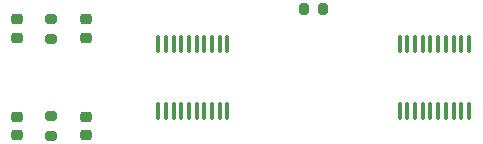
<source format=gtp>
%TF.GenerationSoftware,KiCad,Pcbnew,7.0.11*%
%TF.CreationDate,2024-03-13T01:45:22+08:00*%
%TF.ProjectId,UINIO-Signal-Translator,55494e49-4f2d-4536-9967-6e616c2d5472,Version 2.0.0*%
%TF.SameCoordinates,PX78a63b0PY57fedb0*%
%TF.FileFunction,Paste,Top*%
%TF.FilePolarity,Positive*%
%FSLAX46Y46*%
G04 Gerber Fmt 4.6, Leading zero omitted, Abs format (unit mm)*
G04 Created by KiCad (PCBNEW 7.0.11) date 2024-03-13 01:45:22*
%MOMM*%
%LPD*%
G01*
G04 APERTURE LIST*
G04 Aperture macros list*
%AMRoundRect*
0 Rectangle with rounded corners*
0 $1 Rounding radius*
0 $2 $3 $4 $5 $6 $7 $8 $9 X,Y pos of 4 corners*
0 Add a 4 corners polygon primitive as box body*
4,1,4,$2,$3,$4,$5,$6,$7,$8,$9,$2,$3,0*
0 Add four circle primitives for the rounded corners*
1,1,$1+$1,$2,$3*
1,1,$1+$1,$4,$5*
1,1,$1+$1,$6,$7*
1,1,$1+$1,$8,$9*
0 Add four rect primitives between the rounded corners*
20,1,$1+$1,$2,$3,$4,$5,0*
20,1,$1+$1,$4,$5,$6,$7,0*
20,1,$1+$1,$6,$7,$8,$9,0*
20,1,$1+$1,$8,$9,$2,$3,0*%
G04 Aperture macros list end*
%ADD10RoundRect,0.218750X-0.256250X0.218750X-0.256250X-0.218750X0.256250X-0.218750X0.256250X0.218750X0*%
%ADD11RoundRect,0.200000X-0.275000X0.200000X-0.275000X-0.200000X0.275000X-0.200000X0.275000X0.200000X0*%
%ADD12RoundRect,0.218750X0.256250X-0.218750X0.256250X0.218750X-0.256250X0.218750X-0.256250X-0.218750X0*%
%ADD13RoundRect,0.200000X0.275000X-0.200000X0.275000X0.200000X-0.275000X0.200000X-0.275000X-0.200000X0*%
%ADD14RoundRect,0.100000X0.100000X-0.637500X0.100000X0.637500X-0.100000X0.637500X-0.100000X-0.637500X0*%
%ADD15RoundRect,0.225000X0.250000X-0.225000X0.250000X0.225000X-0.250000X0.225000X-0.250000X-0.225000X0*%
%ADD16RoundRect,0.225000X-0.250000X0.225000X-0.250000X-0.225000X0.250000X-0.225000X0.250000X0.225000X0*%
%ADD17RoundRect,0.200000X-0.200000X-0.275000X0.200000X-0.275000X0.200000X0.275000X-0.200000X0.275000X0*%
G04 APERTURE END LIST*
D10*
%TO.C,D2*%
X10420000Y-9135833D03*
X10420000Y-10710833D03*
%TD*%
D11*
%TO.C,R2*%
X7470000Y-9118333D03*
X7470000Y-10768333D03*
%TD*%
D12*
%TO.C,D1*%
X10420000Y-18964166D03*
X10420000Y-17389166D03*
%TD*%
D13*
%TO.C,R1*%
X7470000Y-19001666D03*
X7470000Y-17351666D03*
%TD*%
D14*
%TO.C,U1*%
X16520000Y-16912500D03*
X17170000Y-16912500D03*
X17820000Y-16912500D03*
X18470000Y-16912500D03*
X19120000Y-16912500D03*
X19770000Y-16912500D03*
X20420000Y-16912500D03*
X21070000Y-16912500D03*
X21720000Y-16912500D03*
X22370000Y-16912500D03*
X22370000Y-11187500D03*
X21720000Y-11187500D03*
X21070000Y-11187500D03*
X20420000Y-11187500D03*
X19770000Y-11187500D03*
X19120000Y-11187500D03*
X18470000Y-11187500D03*
X17820000Y-11187500D03*
X17170000Y-11187500D03*
X16520000Y-11187500D03*
%TD*%
D15*
%TO.C,C2*%
X4560000Y-10698333D03*
X4560000Y-9148333D03*
%TD*%
D16*
%TO.C,C1*%
X4560000Y-17401666D03*
X4560000Y-18951666D03*
%TD*%
D14*
%TO.C,U2*%
X36960000Y-16912500D03*
X37610000Y-16912500D03*
X38260000Y-16912500D03*
X38910000Y-16912500D03*
X39560000Y-16912500D03*
X40210000Y-16912500D03*
X40860000Y-16912500D03*
X41510000Y-16912500D03*
X42160000Y-16912500D03*
X42810000Y-16912500D03*
X42810000Y-11187500D03*
X42160000Y-11187500D03*
X41510000Y-11187500D03*
X40860000Y-11187500D03*
X40210000Y-11187500D03*
X39560000Y-11187500D03*
X38910000Y-11187500D03*
X38260000Y-11187500D03*
X37610000Y-11187500D03*
X36960000Y-11187500D03*
%TD*%
D17*
%TO.C,R3*%
X28840000Y-8260000D03*
X30490000Y-8260000D03*
%TD*%
M02*

</source>
